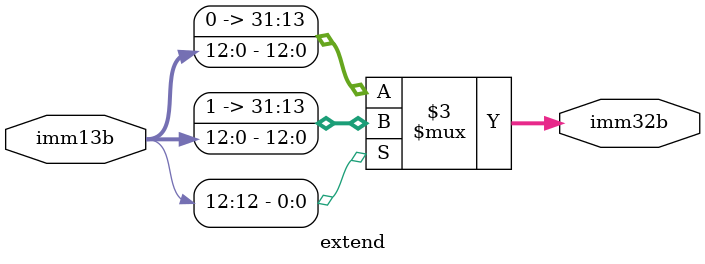
<source format=sv>
	

//assign imm32b = imm12b[11] ? {20{1'b1}, imm12b} : {20{1'b0}, imm12b};


//endmodule
module extend(

	//entradas
	input [12:0] imm13b,
	
	//saida
	output reg [31:0] imm32b
);


always @(*) begin
    if (imm13b[12])
        imm32b = {20'b11111111111111111111, imm13b};
    else
        imm32b = {20'b00000000000000000000, imm13b};
end

endmodule

</source>
